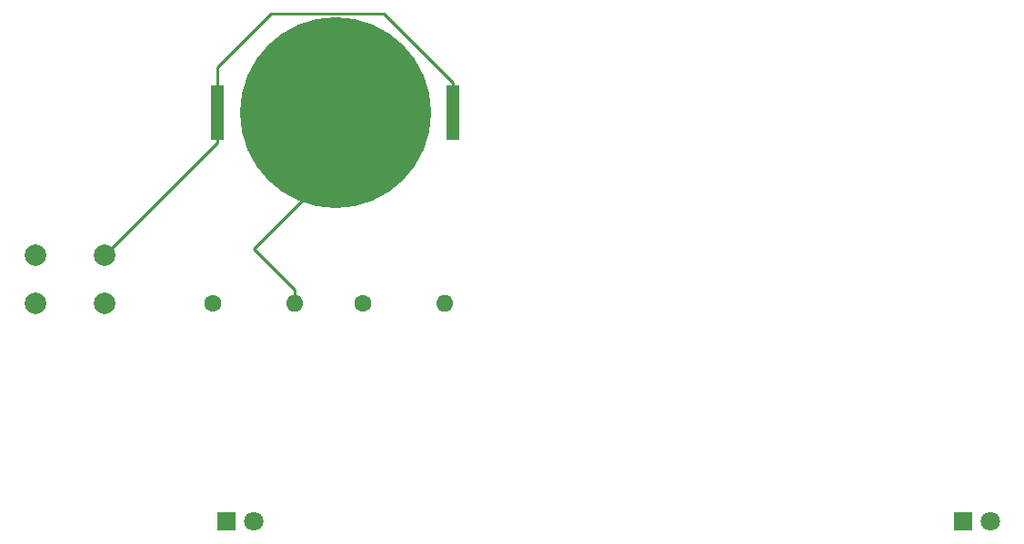
<source format=gbr>
%TF.GenerationSoftware,KiCad,Pcbnew,7.0.5-0*%
%TF.CreationDate,2025-06-01T12:15:49-04:00*%
%TF.ProjectId,Solder,536f6c64-6572-42e6-9b69-6361645f7063,rev?*%
%TF.SameCoordinates,Original*%
%TF.FileFunction,Copper,L2,Bot*%
%TF.FilePolarity,Positive*%
%FSLAX46Y46*%
G04 Gerber Fmt 4.6, Leading zero omitted, Abs format (unit mm)*
G04 Created by KiCad (PCBNEW 7.0.5-0) date 2025-06-01 12:15:49*
%MOMM*%
%LPD*%
G01*
G04 APERTURE LIST*
%TA.AperFunction,ComponentPad*%
%ADD10C,2.000000*%
%TD*%
%TA.AperFunction,ComponentPad*%
%ADD11C,1.600000*%
%TD*%
%TA.AperFunction,ComponentPad*%
%ADD12O,1.600000X1.600000*%
%TD*%
%TA.AperFunction,ComponentPad*%
%ADD13R,1.800000X1.800000*%
%TD*%
%TA.AperFunction,ComponentPad*%
%ADD14C,1.800000*%
%TD*%
%TA.AperFunction,SMDPad,CuDef*%
%ADD15C,17.800000*%
%TD*%
%TA.AperFunction,SMDPad,CuDef*%
%ADD16R,1.270000X5.080000*%
%TD*%
%TA.AperFunction,Conductor*%
%ADD17C,0.250000*%
%TD*%
G04 APERTURE END LIST*
D10*
%TO.P,SW1,2,2*%
%TO.N,Net-(D1-A)*%
X93980000Y-104140000D03*
X100480000Y-104140000D03*
%TO.P,SW1,1,1*%
%TO.N,Net-(BT1-+)*%
X93980000Y-99640000D03*
X100480000Y-99640000D03*
%TD*%
D11*
%TO.P,R2,1*%
%TO.N,Net-(D2-K)*%
X124460000Y-104140000D03*
D12*
%TO.P,R2,2*%
%TO.N,Net-(BT1--)*%
X132080000Y-104140000D03*
%TD*%
D11*
%TO.P,R1,1*%
%TO.N,Net-(D1-K)*%
X110490000Y-104140000D03*
D12*
%TO.P,R1,2*%
%TO.N,Net-(BT1--)*%
X118110000Y-104140000D03*
%TD*%
D13*
%TO.P,D2,1,K*%
%TO.N,Net-(D2-K)*%
X180340000Y-124460000D03*
D14*
%TO.P,D2,2,A*%
%TO.N,Net-(D1-A)*%
X182880000Y-124460000D03*
%TD*%
%TO.P,D1,2,A*%
%TO.N,Net-(D1-A)*%
X114300000Y-124460000D03*
D13*
%TO.P,D1,1,K*%
%TO.N,Net-(D1-K)*%
X111760000Y-124460000D03*
%TD*%
D15*
%TO.P,BT1,2,-*%
%TO.N,Net-(BT1--)*%
X121920000Y-86360000D03*
D16*
%TO.P,BT1,1,+*%
%TO.N,Net-(BT1-+)*%
X132905000Y-86360000D03*
X110935000Y-86360000D03*
%TD*%
D17*
%TO.N,Net-(BT1--)*%
X121920000Y-91440000D02*
X114300000Y-99060000D01*
X121920000Y-86360000D02*
X121920000Y-91440000D01*
X114300000Y-99060000D02*
X118110000Y-102870000D01*
X118110000Y-102870000D02*
X118110000Y-104140000D01*
%TO.N,Net-(BT1-+)*%
X132905000Y-86360000D02*
X132905000Y-83570000D01*
X132905000Y-83570000D02*
X126470000Y-77135000D01*
X126470000Y-77135000D02*
X115905000Y-77135000D01*
X110935000Y-82105000D02*
X110935000Y-86360000D01*
X115905000Y-77135000D02*
X110935000Y-82105000D01*
X110935000Y-86360000D02*
X110935000Y-89185000D01*
X110935000Y-89185000D02*
X100480000Y-99640000D01*
%TD*%
M02*

</source>
